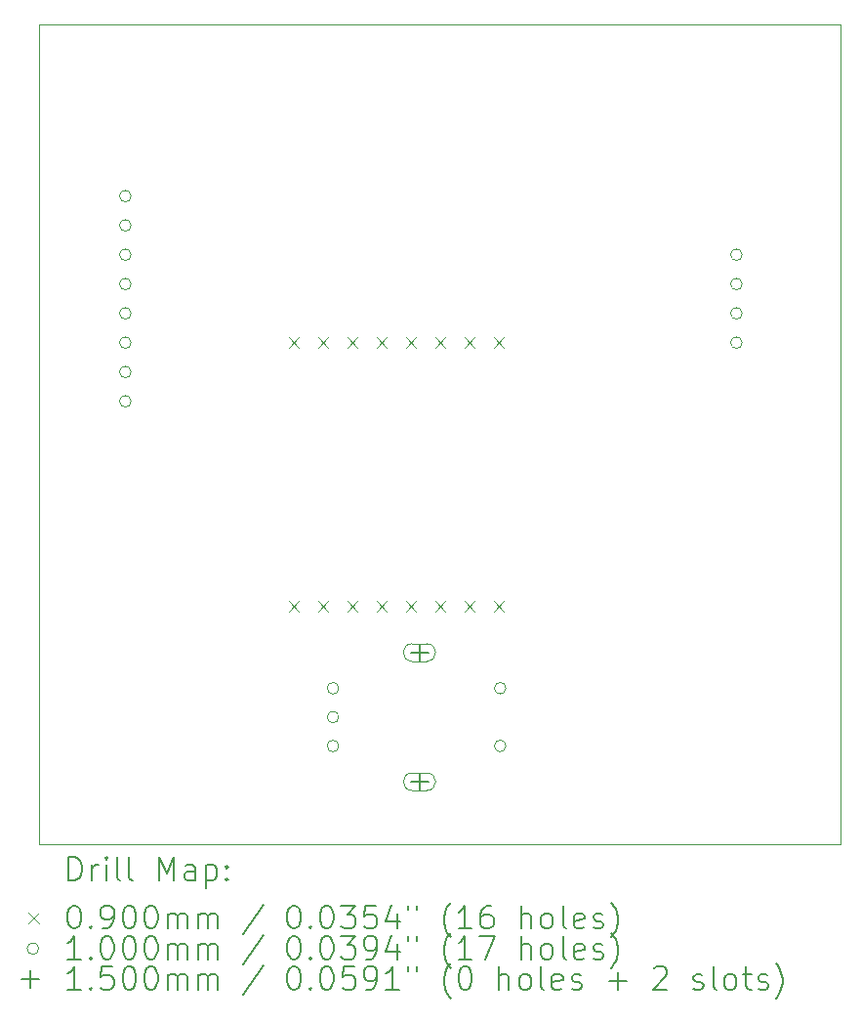
<source format=gbr>
%TF.GenerationSoftware,KiCad,Pcbnew,8.0.7-8.0.7-0~ubuntu22.04.1*%
%TF.CreationDate,2024-12-11T16:36:03+08:00*%
%TF.ProjectId,SmartClock,536d6172-7443-46c6-9f63-6b2e6b696361,rev?*%
%TF.SameCoordinates,Original*%
%TF.FileFunction,Drillmap*%
%TF.FilePolarity,Positive*%
%FSLAX45Y45*%
G04 Gerber Fmt 4.5, Leading zero omitted, Abs format (unit mm)*
G04 Created by KiCad (PCBNEW 8.0.7-8.0.7-0~ubuntu22.04.1) date 2024-12-11 16:36:03*
%MOMM*%
%LPD*%
G01*
G04 APERTURE LIST*
%ADD10C,0.050000*%
%ADD11C,0.200000*%
%ADD12C,0.100000*%
%ADD13C,0.150000*%
G04 APERTURE END LIST*
D10*
X9500000Y-5300000D02*
X16450000Y-5300000D01*
X16450000Y-12400000D01*
X9500000Y-12400000D01*
X9500000Y-5300000D01*
D11*
D12*
X11666000Y-8010500D02*
X11756000Y-8100500D01*
X11756000Y-8010500D02*
X11666000Y-8100500D01*
X11666000Y-10296500D02*
X11756000Y-10386500D01*
X11756000Y-10296500D02*
X11666000Y-10386500D01*
X11920000Y-8010500D02*
X12010000Y-8100500D01*
X12010000Y-8010500D02*
X11920000Y-8100500D01*
X11920000Y-10296500D02*
X12010000Y-10386500D01*
X12010000Y-10296500D02*
X11920000Y-10386500D01*
X12174000Y-8010500D02*
X12264000Y-8100500D01*
X12264000Y-8010500D02*
X12174000Y-8100500D01*
X12174000Y-10296500D02*
X12264000Y-10386500D01*
X12264000Y-10296500D02*
X12174000Y-10386500D01*
X12428000Y-8010500D02*
X12518000Y-8100500D01*
X12518000Y-8010500D02*
X12428000Y-8100500D01*
X12428000Y-10296500D02*
X12518000Y-10386500D01*
X12518000Y-10296500D02*
X12428000Y-10386500D01*
X12682000Y-8010500D02*
X12772000Y-8100500D01*
X12772000Y-8010500D02*
X12682000Y-8100500D01*
X12682000Y-10296500D02*
X12772000Y-10386500D01*
X12772000Y-10296500D02*
X12682000Y-10386500D01*
X12936000Y-8010500D02*
X13026000Y-8100500D01*
X13026000Y-8010500D02*
X12936000Y-8100500D01*
X12936000Y-10296500D02*
X13026000Y-10386500D01*
X13026000Y-10296500D02*
X12936000Y-10386500D01*
X13190000Y-8010500D02*
X13280000Y-8100500D01*
X13280000Y-8010500D02*
X13190000Y-8100500D01*
X13190000Y-10296500D02*
X13280000Y-10386500D01*
X13280000Y-10296500D02*
X13190000Y-10386500D01*
X13444000Y-8010500D02*
X13534000Y-8100500D01*
X13534000Y-8010500D02*
X13444000Y-8100500D01*
X13444000Y-10296500D02*
X13534000Y-10386500D01*
X13534000Y-10296500D02*
X13444000Y-10386500D01*
X10299000Y-6786000D02*
G75*
G02*
X10199000Y-6786000I-50000J0D01*
G01*
X10199000Y-6786000D02*
G75*
G02*
X10299000Y-6786000I50000J0D01*
G01*
X10299000Y-7040000D02*
G75*
G02*
X10199000Y-7040000I-50000J0D01*
G01*
X10199000Y-7040000D02*
G75*
G02*
X10299000Y-7040000I50000J0D01*
G01*
X10299000Y-7294000D02*
G75*
G02*
X10199000Y-7294000I-50000J0D01*
G01*
X10199000Y-7294000D02*
G75*
G02*
X10299000Y-7294000I50000J0D01*
G01*
X10299000Y-7548000D02*
G75*
G02*
X10199000Y-7548000I-50000J0D01*
G01*
X10199000Y-7548000D02*
G75*
G02*
X10299000Y-7548000I50000J0D01*
G01*
X10299000Y-7802000D02*
G75*
G02*
X10199000Y-7802000I-50000J0D01*
G01*
X10199000Y-7802000D02*
G75*
G02*
X10299000Y-7802000I50000J0D01*
G01*
X10299000Y-8056000D02*
G75*
G02*
X10199000Y-8056000I-50000J0D01*
G01*
X10199000Y-8056000D02*
G75*
G02*
X10299000Y-8056000I50000J0D01*
G01*
X10299000Y-8310000D02*
G75*
G02*
X10199000Y-8310000I-50000J0D01*
G01*
X10199000Y-8310000D02*
G75*
G02*
X10299000Y-8310000I50000J0D01*
G01*
X10299000Y-8564000D02*
G75*
G02*
X10199000Y-8564000I-50000J0D01*
G01*
X10199000Y-8564000D02*
G75*
G02*
X10299000Y-8564000I50000J0D01*
G01*
X12100000Y-11050000D02*
G75*
G02*
X12000000Y-11050000I-50000J0D01*
G01*
X12000000Y-11050000D02*
G75*
G02*
X12100000Y-11050000I50000J0D01*
G01*
X12100000Y-11300000D02*
G75*
G02*
X12000000Y-11300000I-50000J0D01*
G01*
X12000000Y-11300000D02*
G75*
G02*
X12100000Y-11300000I50000J0D01*
G01*
X12100000Y-11550000D02*
G75*
G02*
X12000000Y-11550000I-50000J0D01*
G01*
X12000000Y-11550000D02*
G75*
G02*
X12100000Y-11550000I50000J0D01*
G01*
X13550000Y-11050000D02*
G75*
G02*
X13450000Y-11050000I-50000J0D01*
G01*
X13450000Y-11050000D02*
G75*
G02*
X13550000Y-11050000I50000J0D01*
G01*
X13550000Y-11550000D02*
G75*
G02*
X13450000Y-11550000I-50000J0D01*
G01*
X13450000Y-11550000D02*
G75*
G02*
X13550000Y-11550000I50000J0D01*
G01*
X15599000Y-7294000D02*
G75*
G02*
X15499000Y-7294000I-50000J0D01*
G01*
X15499000Y-7294000D02*
G75*
G02*
X15599000Y-7294000I50000J0D01*
G01*
X15599000Y-7548000D02*
G75*
G02*
X15499000Y-7548000I-50000J0D01*
G01*
X15499000Y-7548000D02*
G75*
G02*
X15599000Y-7548000I50000J0D01*
G01*
X15599000Y-7802000D02*
G75*
G02*
X15499000Y-7802000I-50000J0D01*
G01*
X15499000Y-7802000D02*
G75*
G02*
X15599000Y-7802000I50000J0D01*
G01*
X15599000Y-8056000D02*
G75*
G02*
X15499000Y-8056000I-50000J0D01*
G01*
X15499000Y-8056000D02*
G75*
G02*
X15599000Y-8056000I50000J0D01*
G01*
D13*
X12800000Y-10665000D02*
X12800000Y-10815000D01*
X12725000Y-10740000D02*
X12875000Y-10740000D01*
D12*
X12735000Y-10815000D02*
X12865000Y-10815000D01*
X12865000Y-10665000D02*
G75*
G02*
X12865000Y-10815000I0J-75000D01*
G01*
X12865000Y-10665000D02*
X12735000Y-10665000D01*
X12735000Y-10665000D02*
G75*
G03*
X12735000Y-10815000I0J-75000D01*
G01*
D13*
X12800000Y-11785000D02*
X12800000Y-11935000D01*
X12725000Y-11860000D02*
X12875000Y-11860000D01*
D12*
X12735000Y-11935000D02*
X12865000Y-11935000D01*
X12865000Y-11785000D02*
G75*
G02*
X12865000Y-11935000I0J-75000D01*
G01*
X12865000Y-11785000D02*
X12735000Y-11785000D01*
X12735000Y-11785000D02*
G75*
G03*
X12735000Y-11935000I0J-75000D01*
G01*
D11*
X9758277Y-12713984D02*
X9758277Y-12513984D01*
X9758277Y-12513984D02*
X9805896Y-12513984D01*
X9805896Y-12513984D02*
X9834467Y-12523508D01*
X9834467Y-12523508D02*
X9853515Y-12542555D01*
X9853515Y-12542555D02*
X9863039Y-12561603D01*
X9863039Y-12561603D02*
X9872563Y-12599698D01*
X9872563Y-12599698D02*
X9872563Y-12628269D01*
X9872563Y-12628269D02*
X9863039Y-12666365D01*
X9863039Y-12666365D02*
X9853515Y-12685412D01*
X9853515Y-12685412D02*
X9834467Y-12704460D01*
X9834467Y-12704460D02*
X9805896Y-12713984D01*
X9805896Y-12713984D02*
X9758277Y-12713984D01*
X9958277Y-12713984D02*
X9958277Y-12580650D01*
X9958277Y-12618746D02*
X9967801Y-12599698D01*
X9967801Y-12599698D02*
X9977324Y-12590174D01*
X9977324Y-12590174D02*
X9996372Y-12580650D01*
X9996372Y-12580650D02*
X10015420Y-12580650D01*
X10082086Y-12713984D02*
X10082086Y-12580650D01*
X10082086Y-12513984D02*
X10072563Y-12523508D01*
X10072563Y-12523508D02*
X10082086Y-12533031D01*
X10082086Y-12533031D02*
X10091610Y-12523508D01*
X10091610Y-12523508D02*
X10082086Y-12513984D01*
X10082086Y-12513984D02*
X10082086Y-12533031D01*
X10205896Y-12713984D02*
X10186848Y-12704460D01*
X10186848Y-12704460D02*
X10177324Y-12685412D01*
X10177324Y-12685412D02*
X10177324Y-12513984D01*
X10310658Y-12713984D02*
X10291610Y-12704460D01*
X10291610Y-12704460D02*
X10282086Y-12685412D01*
X10282086Y-12685412D02*
X10282086Y-12513984D01*
X10539229Y-12713984D02*
X10539229Y-12513984D01*
X10539229Y-12513984D02*
X10605896Y-12656841D01*
X10605896Y-12656841D02*
X10672563Y-12513984D01*
X10672563Y-12513984D02*
X10672563Y-12713984D01*
X10853515Y-12713984D02*
X10853515Y-12609222D01*
X10853515Y-12609222D02*
X10843991Y-12590174D01*
X10843991Y-12590174D02*
X10824944Y-12580650D01*
X10824944Y-12580650D02*
X10786848Y-12580650D01*
X10786848Y-12580650D02*
X10767801Y-12590174D01*
X10853515Y-12704460D02*
X10834467Y-12713984D01*
X10834467Y-12713984D02*
X10786848Y-12713984D01*
X10786848Y-12713984D02*
X10767801Y-12704460D01*
X10767801Y-12704460D02*
X10758277Y-12685412D01*
X10758277Y-12685412D02*
X10758277Y-12666365D01*
X10758277Y-12666365D02*
X10767801Y-12647317D01*
X10767801Y-12647317D02*
X10786848Y-12637793D01*
X10786848Y-12637793D02*
X10834467Y-12637793D01*
X10834467Y-12637793D02*
X10853515Y-12628269D01*
X10948753Y-12580650D02*
X10948753Y-12780650D01*
X10948753Y-12590174D02*
X10967801Y-12580650D01*
X10967801Y-12580650D02*
X11005896Y-12580650D01*
X11005896Y-12580650D02*
X11024944Y-12590174D01*
X11024944Y-12590174D02*
X11034467Y-12599698D01*
X11034467Y-12599698D02*
X11043991Y-12618746D01*
X11043991Y-12618746D02*
X11043991Y-12675888D01*
X11043991Y-12675888D02*
X11034467Y-12694936D01*
X11034467Y-12694936D02*
X11024944Y-12704460D01*
X11024944Y-12704460D02*
X11005896Y-12713984D01*
X11005896Y-12713984D02*
X10967801Y-12713984D01*
X10967801Y-12713984D02*
X10948753Y-12704460D01*
X11129705Y-12694936D02*
X11139229Y-12704460D01*
X11139229Y-12704460D02*
X11129705Y-12713984D01*
X11129705Y-12713984D02*
X11120182Y-12704460D01*
X11120182Y-12704460D02*
X11129705Y-12694936D01*
X11129705Y-12694936D02*
X11129705Y-12713984D01*
X11129705Y-12590174D02*
X11139229Y-12599698D01*
X11139229Y-12599698D02*
X11129705Y-12609222D01*
X11129705Y-12609222D02*
X11120182Y-12599698D01*
X11120182Y-12599698D02*
X11129705Y-12590174D01*
X11129705Y-12590174D02*
X11129705Y-12609222D01*
D12*
X9407500Y-12997500D02*
X9497500Y-13087500D01*
X9497500Y-12997500D02*
X9407500Y-13087500D01*
D11*
X9796372Y-12933984D02*
X9815420Y-12933984D01*
X9815420Y-12933984D02*
X9834467Y-12943508D01*
X9834467Y-12943508D02*
X9843991Y-12953031D01*
X9843991Y-12953031D02*
X9853515Y-12972079D01*
X9853515Y-12972079D02*
X9863039Y-13010174D01*
X9863039Y-13010174D02*
X9863039Y-13057793D01*
X9863039Y-13057793D02*
X9853515Y-13095888D01*
X9853515Y-13095888D02*
X9843991Y-13114936D01*
X9843991Y-13114936D02*
X9834467Y-13124460D01*
X9834467Y-13124460D02*
X9815420Y-13133984D01*
X9815420Y-13133984D02*
X9796372Y-13133984D01*
X9796372Y-13133984D02*
X9777324Y-13124460D01*
X9777324Y-13124460D02*
X9767801Y-13114936D01*
X9767801Y-13114936D02*
X9758277Y-13095888D01*
X9758277Y-13095888D02*
X9748753Y-13057793D01*
X9748753Y-13057793D02*
X9748753Y-13010174D01*
X9748753Y-13010174D02*
X9758277Y-12972079D01*
X9758277Y-12972079D02*
X9767801Y-12953031D01*
X9767801Y-12953031D02*
X9777324Y-12943508D01*
X9777324Y-12943508D02*
X9796372Y-12933984D01*
X9948753Y-13114936D02*
X9958277Y-13124460D01*
X9958277Y-13124460D02*
X9948753Y-13133984D01*
X9948753Y-13133984D02*
X9939229Y-13124460D01*
X9939229Y-13124460D02*
X9948753Y-13114936D01*
X9948753Y-13114936D02*
X9948753Y-13133984D01*
X10053515Y-13133984D02*
X10091610Y-13133984D01*
X10091610Y-13133984D02*
X10110658Y-13124460D01*
X10110658Y-13124460D02*
X10120182Y-13114936D01*
X10120182Y-13114936D02*
X10139229Y-13086365D01*
X10139229Y-13086365D02*
X10148753Y-13048269D01*
X10148753Y-13048269D02*
X10148753Y-12972079D01*
X10148753Y-12972079D02*
X10139229Y-12953031D01*
X10139229Y-12953031D02*
X10129705Y-12943508D01*
X10129705Y-12943508D02*
X10110658Y-12933984D01*
X10110658Y-12933984D02*
X10072563Y-12933984D01*
X10072563Y-12933984D02*
X10053515Y-12943508D01*
X10053515Y-12943508D02*
X10043991Y-12953031D01*
X10043991Y-12953031D02*
X10034467Y-12972079D01*
X10034467Y-12972079D02*
X10034467Y-13019698D01*
X10034467Y-13019698D02*
X10043991Y-13038746D01*
X10043991Y-13038746D02*
X10053515Y-13048269D01*
X10053515Y-13048269D02*
X10072563Y-13057793D01*
X10072563Y-13057793D02*
X10110658Y-13057793D01*
X10110658Y-13057793D02*
X10129705Y-13048269D01*
X10129705Y-13048269D02*
X10139229Y-13038746D01*
X10139229Y-13038746D02*
X10148753Y-13019698D01*
X10272563Y-12933984D02*
X10291610Y-12933984D01*
X10291610Y-12933984D02*
X10310658Y-12943508D01*
X10310658Y-12943508D02*
X10320182Y-12953031D01*
X10320182Y-12953031D02*
X10329705Y-12972079D01*
X10329705Y-12972079D02*
X10339229Y-13010174D01*
X10339229Y-13010174D02*
X10339229Y-13057793D01*
X10339229Y-13057793D02*
X10329705Y-13095888D01*
X10329705Y-13095888D02*
X10320182Y-13114936D01*
X10320182Y-13114936D02*
X10310658Y-13124460D01*
X10310658Y-13124460D02*
X10291610Y-13133984D01*
X10291610Y-13133984D02*
X10272563Y-13133984D01*
X10272563Y-13133984D02*
X10253515Y-13124460D01*
X10253515Y-13124460D02*
X10243991Y-13114936D01*
X10243991Y-13114936D02*
X10234467Y-13095888D01*
X10234467Y-13095888D02*
X10224944Y-13057793D01*
X10224944Y-13057793D02*
X10224944Y-13010174D01*
X10224944Y-13010174D02*
X10234467Y-12972079D01*
X10234467Y-12972079D02*
X10243991Y-12953031D01*
X10243991Y-12953031D02*
X10253515Y-12943508D01*
X10253515Y-12943508D02*
X10272563Y-12933984D01*
X10463039Y-12933984D02*
X10482086Y-12933984D01*
X10482086Y-12933984D02*
X10501134Y-12943508D01*
X10501134Y-12943508D02*
X10510658Y-12953031D01*
X10510658Y-12953031D02*
X10520182Y-12972079D01*
X10520182Y-12972079D02*
X10529705Y-13010174D01*
X10529705Y-13010174D02*
X10529705Y-13057793D01*
X10529705Y-13057793D02*
X10520182Y-13095888D01*
X10520182Y-13095888D02*
X10510658Y-13114936D01*
X10510658Y-13114936D02*
X10501134Y-13124460D01*
X10501134Y-13124460D02*
X10482086Y-13133984D01*
X10482086Y-13133984D02*
X10463039Y-13133984D01*
X10463039Y-13133984D02*
X10443991Y-13124460D01*
X10443991Y-13124460D02*
X10434467Y-13114936D01*
X10434467Y-13114936D02*
X10424944Y-13095888D01*
X10424944Y-13095888D02*
X10415420Y-13057793D01*
X10415420Y-13057793D02*
X10415420Y-13010174D01*
X10415420Y-13010174D02*
X10424944Y-12972079D01*
X10424944Y-12972079D02*
X10434467Y-12953031D01*
X10434467Y-12953031D02*
X10443991Y-12943508D01*
X10443991Y-12943508D02*
X10463039Y-12933984D01*
X10615420Y-13133984D02*
X10615420Y-13000650D01*
X10615420Y-13019698D02*
X10624944Y-13010174D01*
X10624944Y-13010174D02*
X10643991Y-13000650D01*
X10643991Y-13000650D02*
X10672563Y-13000650D01*
X10672563Y-13000650D02*
X10691610Y-13010174D01*
X10691610Y-13010174D02*
X10701134Y-13029222D01*
X10701134Y-13029222D02*
X10701134Y-13133984D01*
X10701134Y-13029222D02*
X10710658Y-13010174D01*
X10710658Y-13010174D02*
X10729705Y-13000650D01*
X10729705Y-13000650D02*
X10758277Y-13000650D01*
X10758277Y-13000650D02*
X10777325Y-13010174D01*
X10777325Y-13010174D02*
X10786848Y-13029222D01*
X10786848Y-13029222D02*
X10786848Y-13133984D01*
X10882086Y-13133984D02*
X10882086Y-13000650D01*
X10882086Y-13019698D02*
X10891610Y-13010174D01*
X10891610Y-13010174D02*
X10910658Y-13000650D01*
X10910658Y-13000650D02*
X10939229Y-13000650D01*
X10939229Y-13000650D02*
X10958277Y-13010174D01*
X10958277Y-13010174D02*
X10967801Y-13029222D01*
X10967801Y-13029222D02*
X10967801Y-13133984D01*
X10967801Y-13029222D02*
X10977325Y-13010174D01*
X10977325Y-13010174D02*
X10996372Y-13000650D01*
X10996372Y-13000650D02*
X11024944Y-13000650D01*
X11024944Y-13000650D02*
X11043991Y-13010174D01*
X11043991Y-13010174D02*
X11053515Y-13029222D01*
X11053515Y-13029222D02*
X11053515Y-13133984D01*
X11443991Y-12924460D02*
X11272563Y-13181603D01*
X11701134Y-12933984D02*
X11720182Y-12933984D01*
X11720182Y-12933984D02*
X11739229Y-12943508D01*
X11739229Y-12943508D02*
X11748753Y-12953031D01*
X11748753Y-12953031D02*
X11758277Y-12972079D01*
X11758277Y-12972079D02*
X11767801Y-13010174D01*
X11767801Y-13010174D02*
X11767801Y-13057793D01*
X11767801Y-13057793D02*
X11758277Y-13095888D01*
X11758277Y-13095888D02*
X11748753Y-13114936D01*
X11748753Y-13114936D02*
X11739229Y-13124460D01*
X11739229Y-13124460D02*
X11720182Y-13133984D01*
X11720182Y-13133984D02*
X11701134Y-13133984D01*
X11701134Y-13133984D02*
X11682086Y-13124460D01*
X11682086Y-13124460D02*
X11672563Y-13114936D01*
X11672563Y-13114936D02*
X11663039Y-13095888D01*
X11663039Y-13095888D02*
X11653515Y-13057793D01*
X11653515Y-13057793D02*
X11653515Y-13010174D01*
X11653515Y-13010174D02*
X11663039Y-12972079D01*
X11663039Y-12972079D02*
X11672563Y-12953031D01*
X11672563Y-12953031D02*
X11682086Y-12943508D01*
X11682086Y-12943508D02*
X11701134Y-12933984D01*
X11853515Y-13114936D02*
X11863039Y-13124460D01*
X11863039Y-13124460D02*
X11853515Y-13133984D01*
X11853515Y-13133984D02*
X11843991Y-13124460D01*
X11843991Y-13124460D02*
X11853515Y-13114936D01*
X11853515Y-13114936D02*
X11853515Y-13133984D01*
X11986848Y-12933984D02*
X12005896Y-12933984D01*
X12005896Y-12933984D02*
X12024944Y-12943508D01*
X12024944Y-12943508D02*
X12034467Y-12953031D01*
X12034467Y-12953031D02*
X12043991Y-12972079D01*
X12043991Y-12972079D02*
X12053515Y-13010174D01*
X12053515Y-13010174D02*
X12053515Y-13057793D01*
X12053515Y-13057793D02*
X12043991Y-13095888D01*
X12043991Y-13095888D02*
X12034467Y-13114936D01*
X12034467Y-13114936D02*
X12024944Y-13124460D01*
X12024944Y-13124460D02*
X12005896Y-13133984D01*
X12005896Y-13133984D02*
X11986848Y-13133984D01*
X11986848Y-13133984D02*
X11967801Y-13124460D01*
X11967801Y-13124460D02*
X11958277Y-13114936D01*
X11958277Y-13114936D02*
X11948753Y-13095888D01*
X11948753Y-13095888D02*
X11939229Y-13057793D01*
X11939229Y-13057793D02*
X11939229Y-13010174D01*
X11939229Y-13010174D02*
X11948753Y-12972079D01*
X11948753Y-12972079D02*
X11958277Y-12953031D01*
X11958277Y-12953031D02*
X11967801Y-12943508D01*
X11967801Y-12943508D02*
X11986848Y-12933984D01*
X12120182Y-12933984D02*
X12243991Y-12933984D01*
X12243991Y-12933984D02*
X12177325Y-13010174D01*
X12177325Y-13010174D02*
X12205896Y-13010174D01*
X12205896Y-13010174D02*
X12224944Y-13019698D01*
X12224944Y-13019698D02*
X12234467Y-13029222D01*
X12234467Y-13029222D02*
X12243991Y-13048269D01*
X12243991Y-13048269D02*
X12243991Y-13095888D01*
X12243991Y-13095888D02*
X12234467Y-13114936D01*
X12234467Y-13114936D02*
X12224944Y-13124460D01*
X12224944Y-13124460D02*
X12205896Y-13133984D01*
X12205896Y-13133984D02*
X12148753Y-13133984D01*
X12148753Y-13133984D02*
X12129706Y-13124460D01*
X12129706Y-13124460D02*
X12120182Y-13114936D01*
X12424944Y-12933984D02*
X12329706Y-12933984D01*
X12329706Y-12933984D02*
X12320182Y-13029222D01*
X12320182Y-13029222D02*
X12329706Y-13019698D01*
X12329706Y-13019698D02*
X12348753Y-13010174D01*
X12348753Y-13010174D02*
X12396372Y-13010174D01*
X12396372Y-13010174D02*
X12415420Y-13019698D01*
X12415420Y-13019698D02*
X12424944Y-13029222D01*
X12424944Y-13029222D02*
X12434467Y-13048269D01*
X12434467Y-13048269D02*
X12434467Y-13095888D01*
X12434467Y-13095888D02*
X12424944Y-13114936D01*
X12424944Y-13114936D02*
X12415420Y-13124460D01*
X12415420Y-13124460D02*
X12396372Y-13133984D01*
X12396372Y-13133984D02*
X12348753Y-13133984D01*
X12348753Y-13133984D02*
X12329706Y-13124460D01*
X12329706Y-13124460D02*
X12320182Y-13114936D01*
X12605896Y-13000650D02*
X12605896Y-13133984D01*
X12558277Y-12924460D02*
X12510658Y-13067317D01*
X12510658Y-13067317D02*
X12634467Y-13067317D01*
X12701134Y-12933984D02*
X12701134Y-12972079D01*
X12777325Y-12933984D02*
X12777325Y-12972079D01*
X13072563Y-13210174D02*
X13063039Y-13200650D01*
X13063039Y-13200650D02*
X13043991Y-13172079D01*
X13043991Y-13172079D02*
X13034468Y-13153031D01*
X13034468Y-13153031D02*
X13024944Y-13124460D01*
X13024944Y-13124460D02*
X13015420Y-13076841D01*
X13015420Y-13076841D02*
X13015420Y-13038746D01*
X13015420Y-13038746D02*
X13024944Y-12991127D01*
X13024944Y-12991127D02*
X13034468Y-12962555D01*
X13034468Y-12962555D02*
X13043991Y-12943508D01*
X13043991Y-12943508D02*
X13063039Y-12914936D01*
X13063039Y-12914936D02*
X13072563Y-12905412D01*
X13253515Y-13133984D02*
X13139229Y-13133984D01*
X13196372Y-13133984D02*
X13196372Y-12933984D01*
X13196372Y-12933984D02*
X13177325Y-12962555D01*
X13177325Y-12962555D02*
X13158277Y-12981603D01*
X13158277Y-12981603D02*
X13139229Y-12991127D01*
X13424944Y-12933984D02*
X13386848Y-12933984D01*
X13386848Y-12933984D02*
X13367801Y-12943508D01*
X13367801Y-12943508D02*
X13358277Y-12953031D01*
X13358277Y-12953031D02*
X13339229Y-12981603D01*
X13339229Y-12981603D02*
X13329706Y-13019698D01*
X13329706Y-13019698D02*
X13329706Y-13095888D01*
X13329706Y-13095888D02*
X13339229Y-13114936D01*
X13339229Y-13114936D02*
X13348753Y-13124460D01*
X13348753Y-13124460D02*
X13367801Y-13133984D01*
X13367801Y-13133984D02*
X13405896Y-13133984D01*
X13405896Y-13133984D02*
X13424944Y-13124460D01*
X13424944Y-13124460D02*
X13434468Y-13114936D01*
X13434468Y-13114936D02*
X13443991Y-13095888D01*
X13443991Y-13095888D02*
X13443991Y-13048269D01*
X13443991Y-13048269D02*
X13434468Y-13029222D01*
X13434468Y-13029222D02*
X13424944Y-13019698D01*
X13424944Y-13019698D02*
X13405896Y-13010174D01*
X13405896Y-13010174D02*
X13367801Y-13010174D01*
X13367801Y-13010174D02*
X13348753Y-13019698D01*
X13348753Y-13019698D02*
X13339229Y-13029222D01*
X13339229Y-13029222D02*
X13329706Y-13048269D01*
X13682087Y-13133984D02*
X13682087Y-12933984D01*
X13767801Y-13133984D02*
X13767801Y-13029222D01*
X13767801Y-13029222D02*
X13758277Y-13010174D01*
X13758277Y-13010174D02*
X13739230Y-13000650D01*
X13739230Y-13000650D02*
X13710658Y-13000650D01*
X13710658Y-13000650D02*
X13691610Y-13010174D01*
X13691610Y-13010174D02*
X13682087Y-13019698D01*
X13891610Y-13133984D02*
X13872563Y-13124460D01*
X13872563Y-13124460D02*
X13863039Y-13114936D01*
X13863039Y-13114936D02*
X13853515Y-13095888D01*
X13853515Y-13095888D02*
X13853515Y-13038746D01*
X13853515Y-13038746D02*
X13863039Y-13019698D01*
X13863039Y-13019698D02*
X13872563Y-13010174D01*
X13872563Y-13010174D02*
X13891610Y-13000650D01*
X13891610Y-13000650D02*
X13920182Y-13000650D01*
X13920182Y-13000650D02*
X13939230Y-13010174D01*
X13939230Y-13010174D02*
X13948753Y-13019698D01*
X13948753Y-13019698D02*
X13958277Y-13038746D01*
X13958277Y-13038746D02*
X13958277Y-13095888D01*
X13958277Y-13095888D02*
X13948753Y-13114936D01*
X13948753Y-13114936D02*
X13939230Y-13124460D01*
X13939230Y-13124460D02*
X13920182Y-13133984D01*
X13920182Y-13133984D02*
X13891610Y-13133984D01*
X14072563Y-13133984D02*
X14053515Y-13124460D01*
X14053515Y-13124460D02*
X14043991Y-13105412D01*
X14043991Y-13105412D02*
X14043991Y-12933984D01*
X14224944Y-13124460D02*
X14205896Y-13133984D01*
X14205896Y-13133984D02*
X14167801Y-13133984D01*
X14167801Y-13133984D02*
X14148753Y-13124460D01*
X14148753Y-13124460D02*
X14139230Y-13105412D01*
X14139230Y-13105412D02*
X14139230Y-13029222D01*
X14139230Y-13029222D02*
X14148753Y-13010174D01*
X14148753Y-13010174D02*
X14167801Y-13000650D01*
X14167801Y-13000650D02*
X14205896Y-13000650D01*
X14205896Y-13000650D02*
X14224944Y-13010174D01*
X14224944Y-13010174D02*
X14234468Y-13029222D01*
X14234468Y-13029222D02*
X14234468Y-13048269D01*
X14234468Y-13048269D02*
X14139230Y-13067317D01*
X14310658Y-13124460D02*
X14329706Y-13133984D01*
X14329706Y-13133984D02*
X14367801Y-13133984D01*
X14367801Y-13133984D02*
X14386849Y-13124460D01*
X14386849Y-13124460D02*
X14396372Y-13105412D01*
X14396372Y-13105412D02*
X14396372Y-13095888D01*
X14396372Y-13095888D02*
X14386849Y-13076841D01*
X14386849Y-13076841D02*
X14367801Y-13067317D01*
X14367801Y-13067317D02*
X14339230Y-13067317D01*
X14339230Y-13067317D02*
X14320182Y-13057793D01*
X14320182Y-13057793D02*
X14310658Y-13038746D01*
X14310658Y-13038746D02*
X14310658Y-13029222D01*
X14310658Y-13029222D02*
X14320182Y-13010174D01*
X14320182Y-13010174D02*
X14339230Y-13000650D01*
X14339230Y-13000650D02*
X14367801Y-13000650D01*
X14367801Y-13000650D02*
X14386849Y-13010174D01*
X14463039Y-13210174D02*
X14472563Y-13200650D01*
X14472563Y-13200650D02*
X14491611Y-13172079D01*
X14491611Y-13172079D02*
X14501134Y-13153031D01*
X14501134Y-13153031D02*
X14510658Y-13124460D01*
X14510658Y-13124460D02*
X14520182Y-13076841D01*
X14520182Y-13076841D02*
X14520182Y-13038746D01*
X14520182Y-13038746D02*
X14510658Y-12991127D01*
X14510658Y-12991127D02*
X14501134Y-12962555D01*
X14501134Y-12962555D02*
X14491611Y-12943508D01*
X14491611Y-12943508D02*
X14472563Y-12914936D01*
X14472563Y-12914936D02*
X14463039Y-12905412D01*
D12*
X9497500Y-13306500D02*
G75*
G02*
X9397500Y-13306500I-50000J0D01*
G01*
X9397500Y-13306500D02*
G75*
G02*
X9497500Y-13306500I50000J0D01*
G01*
D11*
X9863039Y-13397984D02*
X9748753Y-13397984D01*
X9805896Y-13397984D02*
X9805896Y-13197984D01*
X9805896Y-13197984D02*
X9786848Y-13226555D01*
X9786848Y-13226555D02*
X9767801Y-13245603D01*
X9767801Y-13245603D02*
X9748753Y-13255127D01*
X9948753Y-13378936D02*
X9958277Y-13388460D01*
X9958277Y-13388460D02*
X9948753Y-13397984D01*
X9948753Y-13397984D02*
X9939229Y-13388460D01*
X9939229Y-13388460D02*
X9948753Y-13378936D01*
X9948753Y-13378936D02*
X9948753Y-13397984D01*
X10082086Y-13197984D02*
X10101134Y-13197984D01*
X10101134Y-13197984D02*
X10120182Y-13207508D01*
X10120182Y-13207508D02*
X10129705Y-13217031D01*
X10129705Y-13217031D02*
X10139229Y-13236079D01*
X10139229Y-13236079D02*
X10148753Y-13274174D01*
X10148753Y-13274174D02*
X10148753Y-13321793D01*
X10148753Y-13321793D02*
X10139229Y-13359888D01*
X10139229Y-13359888D02*
X10129705Y-13378936D01*
X10129705Y-13378936D02*
X10120182Y-13388460D01*
X10120182Y-13388460D02*
X10101134Y-13397984D01*
X10101134Y-13397984D02*
X10082086Y-13397984D01*
X10082086Y-13397984D02*
X10063039Y-13388460D01*
X10063039Y-13388460D02*
X10053515Y-13378936D01*
X10053515Y-13378936D02*
X10043991Y-13359888D01*
X10043991Y-13359888D02*
X10034467Y-13321793D01*
X10034467Y-13321793D02*
X10034467Y-13274174D01*
X10034467Y-13274174D02*
X10043991Y-13236079D01*
X10043991Y-13236079D02*
X10053515Y-13217031D01*
X10053515Y-13217031D02*
X10063039Y-13207508D01*
X10063039Y-13207508D02*
X10082086Y-13197984D01*
X10272563Y-13197984D02*
X10291610Y-13197984D01*
X10291610Y-13197984D02*
X10310658Y-13207508D01*
X10310658Y-13207508D02*
X10320182Y-13217031D01*
X10320182Y-13217031D02*
X10329705Y-13236079D01*
X10329705Y-13236079D02*
X10339229Y-13274174D01*
X10339229Y-13274174D02*
X10339229Y-13321793D01*
X10339229Y-13321793D02*
X10329705Y-13359888D01*
X10329705Y-13359888D02*
X10320182Y-13378936D01*
X10320182Y-13378936D02*
X10310658Y-13388460D01*
X10310658Y-13388460D02*
X10291610Y-13397984D01*
X10291610Y-13397984D02*
X10272563Y-13397984D01*
X10272563Y-13397984D02*
X10253515Y-13388460D01*
X10253515Y-13388460D02*
X10243991Y-13378936D01*
X10243991Y-13378936D02*
X10234467Y-13359888D01*
X10234467Y-13359888D02*
X10224944Y-13321793D01*
X10224944Y-13321793D02*
X10224944Y-13274174D01*
X10224944Y-13274174D02*
X10234467Y-13236079D01*
X10234467Y-13236079D02*
X10243991Y-13217031D01*
X10243991Y-13217031D02*
X10253515Y-13207508D01*
X10253515Y-13207508D02*
X10272563Y-13197984D01*
X10463039Y-13197984D02*
X10482086Y-13197984D01*
X10482086Y-13197984D02*
X10501134Y-13207508D01*
X10501134Y-13207508D02*
X10510658Y-13217031D01*
X10510658Y-13217031D02*
X10520182Y-13236079D01*
X10520182Y-13236079D02*
X10529705Y-13274174D01*
X10529705Y-13274174D02*
X10529705Y-13321793D01*
X10529705Y-13321793D02*
X10520182Y-13359888D01*
X10520182Y-13359888D02*
X10510658Y-13378936D01*
X10510658Y-13378936D02*
X10501134Y-13388460D01*
X10501134Y-13388460D02*
X10482086Y-13397984D01*
X10482086Y-13397984D02*
X10463039Y-13397984D01*
X10463039Y-13397984D02*
X10443991Y-13388460D01*
X10443991Y-13388460D02*
X10434467Y-13378936D01*
X10434467Y-13378936D02*
X10424944Y-13359888D01*
X10424944Y-13359888D02*
X10415420Y-13321793D01*
X10415420Y-13321793D02*
X10415420Y-13274174D01*
X10415420Y-13274174D02*
X10424944Y-13236079D01*
X10424944Y-13236079D02*
X10434467Y-13217031D01*
X10434467Y-13217031D02*
X10443991Y-13207508D01*
X10443991Y-13207508D02*
X10463039Y-13197984D01*
X10615420Y-13397984D02*
X10615420Y-13264650D01*
X10615420Y-13283698D02*
X10624944Y-13274174D01*
X10624944Y-13274174D02*
X10643991Y-13264650D01*
X10643991Y-13264650D02*
X10672563Y-13264650D01*
X10672563Y-13264650D02*
X10691610Y-13274174D01*
X10691610Y-13274174D02*
X10701134Y-13293222D01*
X10701134Y-13293222D02*
X10701134Y-13397984D01*
X10701134Y-13293222D02*
X10710658Y-13274174D01*
X10710658Y-13274174D02*
X10729705Y-13264650D01*
X10729705Y-13264650D02*
X10758277Y-13264650D01*
X10758277Y-13264650D02*
X10777325Y-13274174D01*
X10777325Y-13274174D02*
X10786848Y-13293222D01*
X10786848Y-13293222D02*
X10786848Y-13397984D01*
X10882086Y-13397984D02*
X10882086Y-13264650D01*
X10882086Y-13283698D02*
X10891610Y-13274174D01*
X10891610Y-13274174D02*
X10910658Y-13264650D01*
X10910658Y-13264650D02*
X10939229Y-13264650D01*
X10939229Y-13264650D02*
X10958277Y-13274174D01*
X10958277Y-13274174D02*
X10967801Y-13293222D01*
X10967801Y-13293222D02*
X10967801Y-13397984D01*
X10967801Y-13293222D02*
X10977325Y-13274174D01*
X10977325Y-13274174D02*
X10996372Y-13264650D01*
X10996372Y-13264650D02*
X11024944Y-13264650D01*
X11024944Y-13264650D02*
X11043991Y-13274174D01*
X11043991Y-13274174D02*
X11053515Y-13293222D01*
X11053515Y-13293222D02*
X11053515Y-13397984D01*
X11443991Y-13188460D02*
X11272563Y-13445603D01*
X11701134Y-13197984D02*
X11720182Y-13197984D01*
X11720182Y-13197984D02*
X11739229Y-13207508D01*
X11739229Y-13207508D02*
X11748753Y-13217031D01*
X11748753Y-13217031D02*
X11758277Y-13236079D01*
X11758277Y-13236079D02*
X11767801Y-13274174D01*
X11767801Y-13274174D02*
X11767801Y-13321793D01*
X11767801Y-13321793D02*
X11758277Y-13359888D01*
X11758277Y-13359888D02*
X11748753Y-13378936D01*
X11748753Y-13378936D02*
X11739229Y-13388460D01*
X11739229Y-13388460D02*
X11720182Y-13397984D01*
X11720182Y-13397984D02*
X11701134Y-13397984D01*
X11701134Y-13397984D02*
X11682086Y-13388460D01*
X11682086Y-13388460D02*
X11672563Y-13378936D01*
X11672563Y-13378936D02*
X11663039Y-13359888D01*
X11663039Y-13359888D02*
X11653515Y-13321793D01*
X11653515Y-13321793D02*
X11653515Y-13274174D01*
X11653515Y-13274174D02*
X11663039Y-13236079D01*
X11663039Y-13236079D02*
X11672563Y-13217031D01*
X11672563Y-13217031D02*
X11682086Y-13207508D01*
X11682086Y-13207508D02*
X11701134Y-13197984D01*
X11853515Y-13378936D02*
X11863039Y-13388460D01*
X11863039Y-13388460D02*
X11853515Y-13397984D01*
X11853515Y-13397984D02*
X11843991Y-13388460D01*
X11843991Y-13388460D02*
X11853515Y-13378936D01*
X11853515Y-13378936D02*
X11853515Y-13397984D01*
X11986848Y-13197984D02*
X12005896Y-13197984D01*
X12005896Y-13197984D02*
X12024944Y-13207508D01*
X12024944Y-13207508D02*
X12034467Y-13217031D01*
X12034467Y-13217031D02*
X12043991Y-13236079D01*
X12043991Y-13236079D02*
X12053515Y-13274174D01*
X12053515Y-13274174D02*
X12053515Y-13321793D01*
X12053515Y-13321793D02*
X12043991Y-13359888D01*
X12043991Y-13359888D02*
X12034467Y-13378936D01*
X12034467Y-13378936D02*
X12024944Y-13388460D01*
X12024944Y-13388460D02*
X12005896Y-13397984D01*
X12005896Y-13397984D02*
X11986848Y-13397984D01*
X11986848Y-13397984D02*
X11967801Y-13388460D01*
X11967801Y-13388460D02*
X11958277Y-13378936D01*
X11958277Y-13378936D02*
X11948753Y-13359888D01*
X11948753Y-13359888D02*
X11939229Y-13321793D01*
X11939229Y-13321793D02*
X11939229Y-13274174D01*
X11939229Y-13274174D02*
X11948753Y-13236079D01*
X11948753Y-13236079D02*
X11958277Y-13217031D01*
X11958277Y-13217031D02*
X11967801Y-13207508D01*
X11967801Y-13207508D02*
X11986848Y-13197984D01*
X12120182Y-13197984D02*
X12243991Y-13197984D01*
X12243991Y-13197984D02*
X12177325Y-13274174D01*
X12177325Y-13274174D02*
X12205896Y-13274174D01*
X12205896Y-13274174D02*
X12224944Y-13283698D01*
X12224944Y-13283698D02*
X12234467Y-13293222D01*
X12234467Y-13293222D02*
X12243991Y-13312269D01*
X12243991Y-13312269D02*
X12243991Y-13359888D01*
X12243991Y-13359888D02*
X12234467Y-13378936D01*
X12234467Y-13378936D02*
X12224944Y-13388460D01*
X12224944Y-13388460D02*
X12205896Y-13397984D01*
X12205896Y-13397984D02*
X12148753Y-13397984D01*
X12148753Y-13397984D02*
X12129706Y-13388460D01*
X12129706Y-13388460D02*
X12120182Y-13378936D01*
X12339229Y-13397984D02*
X12377325Y-13397984D01*
X12377325Y-13397984D02*
X12396372Y-13388460D01*
X12396372Y-13388460D02*
X12405896Y-13378936D01*
X12405896Y-13378936D02*
X12424944Y-13350365D01*
X12424944Y-13350365D02*
X12434467Y-13312269D01*
X12434467Y-13312269D02*
X12434467Y-13236079D01*
X12434467Y-13236079D02*
X12424944Y-13217031D01*
X12424944Y-13217031D02*
X12415420Y-13207508D01*
X12415420Y-13207508D02*
X12396372Y-13197984D01*
X12396372Y-13197984D02*
X12358277Y-13197984D01*
X12358277Y-13197984D02*
X12339229Y-13207508D01*
X12339229Y-13207508D02*
X12329706Y-13217031D01*
X12329706Y-13217031D02*
X12320182Y-13236079D01*
X12320182Y-13236079D02*
X12320182Y-13283698D01*
X12320182Y-13283698D02*
X12329706Y-13302746D01*
X12329706Y-13302746D02*
X12339229Y-13312269D01*
X12339229Y-13312269D02*
X12358277Y-13321793D01*
X12358277Y-13321793D02*
X12396372Y-13321793D01*
X12396372Y-13321793D02*
X12415420Y-13312269D01*
X12415420Y-13312269D02*
X12424944Y-13302746D01*
X12424944Y-13302746D02*
X12434467Y-13283698D01*
X12605896Y-13264650D02*
X12605896Y-13397984D01*
X12558277Y-13188460D02*
X12510658Y-13331317D01*
X12510658Y-13331317D02*
X12634467Y-13331317D01*
X12701134Y-13197984D02*
X12701134Y-13236079D01*
X12777325Y-13197984D02*
X12777325Y-13236079D01*
X13072563Y-13474174D02*
X13063039Y-13464650D01*
X13063039Y-13464650D02*
X13043991Y-13436079D01*
X13043991Y-13436079D02*
X13034468Y-13417031D01*
X13034468Y-13417031D02*
X13024944Y-13388460D01*
X13024944Y-13388460D02*
X13015420Y-13340841D01*
X13015420Y-13340841D02*
X13015420Y-13302746D01*
X13015420Y-13302746D02*
X13024944Y-13255127D01*
X13024944Y-13255127D02*
X13034468Y-13226555D01*
X13034468Y-13226555D02*
X13043991Y-13207508D01*
X13043991Y-13207508D02*
X13063039Y-13178936D01*
X13063039Y-13178936D02*
X13072563Y-13169412D01*
X13253515Y-13397984D02*
X13139229Y-13397984D01*
X13196372Y-13397984D02*
X13196372Y-13197984D01*
X13196372Y-13197984D02*
X13177325Y-13226555D01*
X13177325Y-13226555D02*
X13158277Y-13245603D01*
X13158277Y-13245603D02*
X13139229Y-13255127D01*
X13320182Y-13197984D02*
X13453515Y-13197984D01*
X13453515Y-13197984D02*
X13367801Y-13397984D01*
X13682087Y-13397984D02*
X13682087Y-13197984D01*
X13767801Y-13397984D02*
X13767801Y-13293222D01*
X13767801Y-13293222D02*
X13758277Y-13274174D01*
X13758277Y-13274174D02*
X13739230Y-13264650D01*
X13739230Y-13264650D02*
X13710658Y-13264650D01*
X13710658Y-13264650D02*
X13691610Y-13274174D01*
X13691610Y-13274174D02*
X13682087Y-13283698D01*
X13891610Y-13397984D02*
X13872563Y-13388460D01*
X13872563Y-13388460D02*
X13863039Y-13378936D01*
X13863039Y-13378936D02*
X13853515Y-13359888D01*
X13853515Y-13359888D02*
X13853515Y-13302746D01*
X13853515Y-13302746D02*
X13863039Y-13283698D01*
X13863039Y-13283698D02*
X13872563Y-13274174D01*
X13872563Y-13274174D02*
X13891610Y-13264650D01*
X13891610Y-13264650D02*
X13920182Y-13264650D01*
X13920182Y-13264650D02*
X13939230Y-13274174D01*
X13939230Y-13274174D02*
X13948753Y-13283698D01*
X13948753Y-13283698D02*
X13958277Y-13302746D01*
X13958277Y-13302746D02*
X13958277Y-13359888D01*
X13958277Y-13359888D02*
X13948753Y-13378936D01*
X13948753Y-13378936D02*
X13939230Y-13388460D01*
X13939230Y-13388460D02*
X13920182Y-13397984D01*
X13920182Y-13397984D02*
X13891610Y-13397984D01*
X14072563Y-13397984D02*
X14053515Y-13388460D01*
X14053515Y-13388460D02*
X14043991Y-13369412D01*
X14043991Y-13369412D02*
X14043991Y-13197984D01*
X14224944Y-13388460D02*
X14205896Y-13397984D01*
X14205896Y-13397984D02*
X14167801Y-13397984D01*
X14167801Y-13397984D02*
X14148753Y-13388460D01*
X14148753Y-13388460D02*
X14139230Y-13369412D01*
X14139230Y-13369412D02*
X14139230Y-13293222D01*
X14139230Y-13293222D02*
X14148753Y-13274174D01*
X14148753Y-13274174D02*
X14167801Y-13264650D01*
X14167801Y-13264650D02*
X14205896Y-13264650D01*
X14205896Y-13264650D02*
X14224944Y-13274174D01*
X14224944Y-13274174D02*
X14234468Y-13293222D01*
X14234468Y-13293222D02*
X14234468Y-13312269D01*
X14234468Y-13312269D02*
X14139230Y-13331317D01*
X14310658Y-13388460D02*
X14329706Y-13397984D01*
X14329706Y-13397984D02*
X14367801Y-13397984D01*
X14367801Y-13397984D02*
X14386849Y-13388460D01*
X14386849Y-13388460D02*
X14396372Y-13369412D01*
X14396372Y-13369412D02*
X14396372Y-13359888D01*
X14396372Y-13359888D02*
X14386849Y-13340841D01*
X14386849Y-13340841D02*
X14367801Y-13331317D01*
X14367801Y-13331317D02*
X14339230Y-13331317D01*
X14339230Y-13331317D02*
X14320182Y-13321793D01*
X14320182Y-13321793D02*
X14310658Y-13302746D01*
X14310658Y-13302746D02*
X14310658Y-13293222D01*
X14310658Y-13293222D02*
X14320182Y-13274174D01*
X14320182Y-13274174D02*
X14339230Y-13264650D01*
X14339230Y-13264650D02*
X14367801Y-13264650D01*
X14367801Y-13264650D02*
X14386849Y-13274174D01*
X14463039Y-13474174D02*
X14472563Y-13464650D01*
X14472563Y-13464650D02*
X14491611Y-13436079D01*
X14491611Y-13436079D02*
X14501134Y-13417031D01*
X14501134Y-13417031D02*
X14510658Y-13388460D01*
X14510658Y-13388460D02*
X14520182Y-13340841D01*
X14520182Y-13340841D02*
X14520182Y-13302746D01*
X14520182Y-13302746D02*
X14510658Y-13255127D01*
X14510658Y-13255127D02*
X14501134Y-13226555D01*
X14501134Y-13226555D02*
X14491611Y-13207508D01*
X14491611Y-13207508D02*
X14472563Y-13178936D01*
X14472563Y-13178936D02*
X14463039Y-13169412D01*
D13*
X9422500Y-13495500D02*
X9422500Y-13645500D01*
X9347500Y-13570500D02*
X9497500Y-13570500D01*
D11*
X9863039Y-13661984D02*
X9748753Y-13661984D01*
X9805896Y-13661984D02*
X9805896Y-13461984D01*
X9805896Y-13461984D02*
X9786848Y-13490555D01*
X9786848Y-13490555D02*
X9767801Y-13509603D01*
X9767801Y-13509603D02*
X9748753Y-13519127D01*
X9948753Y-13642936D02*
X9958277Y-13652460D01*
X9958277Y-13652460D02*
X9948753Y-13661984D01*
X9948753Y-13661984D02*
X9939229Y-13652460D01*
X9939229Y-13652460D02*
X9948753Y-13642936D01*
X9948753Y-13642936D02*
X9948753Y-13661984D01*
X10139229Y-13461984D02*
X10043991Y-13461984D01*
X10043991Y-13461984D02*
X10034467Y-13557222D01*
X10034467Y-13557222D02*
X10043991Y-13547698D01*
X10043991Y-13547698D02*
X10063039Y-13538174D01*
X10063039Y-13538174D02*
X10110658Y-13538174D01*
X10110658Y-13538174D02*
X10129705Y-13547698D01*
X10129705Y-13547698D02*
X10139229Y-13557222D01*
X10139229Y-13557222D02*
X10148753Y-13576269D01*
X10148753Y-13576269D02*
X10148753Y-13623888D01*
X10148753Y-13623888D02*
X10139229Y-13642936D01*
X10139229Y-13642936D02*
X10129705Y-13652460D01*
X10129705Y-13652460D02*
X10110658Y-13661984D01*
X10110658Y-13661984D02*
X10063039Y-13661984D01*
X10063039Y-13661984D02*
X10043991Y-13652460D01*
X10043991Y-13652460D02*
X10034467Y-13642936D01*
X10272563Y-13461984D02*
X10291610Y-13461984D01*
X10291610Y-13461984D02*
X10310658Y-13471508D01*
X10310658Y-13471508D02*
X10320182Y-13481031D01*
X10320182Y-13481031D02*
X10329705Y-13500079D01*
X10329705Y-13500079D02*
X10339229Y-13538174D01*
X10339229Y-13538174D02*
X10339229Y-13585793D01*
X10339229Y-13585793D02*
X10329705Y-13623888D01*
X10329705Y-13623888D02*
X10320182Y-13642936D01*
X10320182Y-13642936D02*
X10310658Y-13652460D01*
X10310658Y-13652460D02*
X10291610Y-13661984D01*
X10291610Y-13661984D02*
X10272563Y-13661984D01*
X10272563Y-13661984D02*
X10253515Y-13652460D01*
X10253515Y-13652460D02*
X10243991Y-13642936D01*
X10243991Y-13642936D02*
X10234467Y-13623888D01*
X10234467Y-13623888D02*
X10224944Y-13585793D01*
X10224944Y-13585793D02*
X10224944Y-13538174D01*
X10224944Y-13538174D02*
X10234467Y-13500079D01*
X10234467Y-13500079D02*
X10243991Y-13481031D01*
X10243991Y-13481031D02*
X10253515Y-13471508D01*
X10253515Y-13471508D02*
X10272563Y-13461984D01*
X10463039Y-13461984D02*
X10482086Y-13461984D01*
X10482086Y-13461984D02*
X10501134Y-13471508D01*
X10501134Y-13471508D02*
X10510658Y-13481031D01*
X10510658Y-13481031D02*
X10520182Y-13500079D01*
X10520182Y-13500079D02*
X10529705Y-13538174D01*
X10529705Y-13538174D02*
X10529705Y-13585793D01*
X10529705Y-13585793D02*
X10520182Y-13623888D01*
X10520182Y-13623888D02*
X10510658Y-13642936D01*
X10510658Y-13642936D02*
X10501134Y-13652460D01*
X10501134Y-13652460D02*
X10482086Y-13661984D01*
X10482086Y-13661984D02*
X10463039Y-13661984D01*
X10463039Y-13661984D02*
X10443991Y-13652460D01*
X10443991Y-13652460D02*
X10434467Y-13642936D01*
X10434467Y-13642936D02*
X10424944Y-13623888D01*
X10424944Y-13623888D02*
X10415420Y-13585793D01*
X10415420Y-13585793D02*
X10415420Y-13538174D01*
X10415420Y-13538174D02*
X10424944Y-13500079D01*
X10424944Y-13500079D02*
X10434467Y-13481031D01*
X10434467Y-13481031D02*
X10443991Y-13471508D01*
X10443991Y-13471508D02*
X10463039Y-13461984D01*
X10615420Y-13661984D02*
X10615420Y-13528650D01*
X10615420Y-13547698D02*
X10624944Y-13538174D01*
X10624944Y-13538174D02*
X10643991Y-13528650D01*
X10643991Y-13528650D02*
X10672563Y-13528650D01*
X10672563Y-13528650D02*
X10691610Y-13538174D01*
X10691610Y-13538174D02*
X10701134Y-13557222D01*
X10701134Y-13557222D02*
X10701134Y-13661984D01*
X10701134Y-13557222D02*
X10710658Y-13538174D01*
X10710658Y-13538174D02*
X10729705Y-13528650D01*
X10729705Y-13528650D02*
X10758277Y-13528650D01*
X10758277Y-13528650D02*
X10777325Y-13538174D01*
X10777325Y-13538174D02*
X10786848Y-13557222D01*
X10786848Y-13557222D02*
X10786848Y-13661984D01*
X10882086Y-13661984D02*
X10882086Y-13528650D01*
X10882086Y-13547698D02*
X10891610Y-13538174D01*
X10891610Y-13538174D02*
X10910658Y-13528650D01*
X10910658Y-13528650D02*
X10939229Y-13528650D01*
X10939229Y-13528650D02*
X10958277Y-13538174D01*
X10958277Y-13538174D02*
X10967801Y-13557222D01*
X10967801Y-13557222D02*
X10967801Y-13661984D01*
X10967801Y-13557222D02*
X10977325Y-13538174D01*
X10977325Y-13538174D02*
X10996372Y-13528650D01*
X10996372Y-13528650D02*
X11024944Y-13528650D01*
X11024944Y-13528650D02*
X11043991Y-13538174D01*
X11043991Y-13538174D02*
X11053515Y-13557222D01*
X11053515Y-13557222D02*
X11053515Y-13661984D01*
X11443991Y-13452460D02*
X11272563Y-13709603D01*
X11701134Y-13461984D02*
X11720182Y-13461984D01*
X11720182Y-13461984D02*
X11739229Y-13471508D01*
X11739229Y-13471508D02*
X11748753Y-13481031D01*
X11748753Y-13481031D02*
X11758277Y-13500079D01*
X11758277Y-13500079D02*
X11767801Y-13538174D01*
X11767801Y-13538174D02*
X11767801Y-13585793D01*
X11767801Y-13585793D02*
X11758277Y-13623888D01*
X11758277Y-13623888D02*
X11748753Y-13642936D01*
X11748753Y-13642936D02*
X11739229Y-13652460D01*
X11739229Y-13652460D02*
X11720182Y-13661984D01*
X11720182Y-13661984D02*
X11701134Y-13661984D01*
X11701134Y-13661984D02*
X11682086Y-13652460D01*
X11682086Y-13652460D02*
X11672563Y-13642936D01*
X11672563Y-13642936D02*
X11663039Y-13623888D01*
X11663039Y-13623888D02*
X11653515Y-13585793D01*
X11653515Y-13585793D02*
X11653515Y-13538174D01*
X11653515Y-13538174D02*
X11663039Y-13500079D01*
X11663039Y-13500079D02*
X11672563Y-13481031D01*
X11672563Y-13481031D02*
X11682086Y-13471508D01*
X11682086Y-13471508D02*
X11701134Y-13461984D01*
X11853515Y-13642936D02*
X11863039Y-13652460D01*
X11863039Y-13652460D02*
X11853515Y-13661984D01*
X11853515Y-13661984D02*
X11843991Y-13652460D01*
X11843991Y-13652460D02*
X11853515Y-13642936D01*
X11853515Y-13642936D02*
X11853515Y-13661984D01*
X11986848Y-13461984D02*
X12005896Y-13461984D01*
X12005896Y-13461984D02*
X12024944Y-13471508D01*
X12024944Y-13471508D02*
X12034467Y-13481031D01*
X12034467Y-13481031D02*
X12043991Y-13500079D01*
X12043991Y-13500079D02*
X12053515Y-13538174D01*
X12053515Y-13538174D02*
X12053515Y-13585793D01*
X12053515Y-13585793D02*
X12043991Y-13623888D01*
X12043991Y-13623888D02*
X12034467Y-13642936D01*
X12034467Y-13642936D02*
X12024944Y-13652460D01*
X12024944Y-13652460D02*
X12005896Y-13661984D01*
X12005896Y-13661984D02*
X11986848Y-13661984D01*
X11986848Y-13661984D02*
X11967801Y-13652460D01*
X11967801Y-13652460D02*
X11958277Y-13642936D01*
X11958277Y-13642936D02*
X11948753Y-13623888D01*
X11948753Y-13623888D02*
X11939229Y-13585793D01*
X11939229Y-13585793D02*
X11939229Y-13538174D01*
X11939229Y-13538174D02*
X11948753Y-13500079D01*
X11948753Y-13500079D02*
X11958277Y-13481031D01*
X11958277Y-13481031D02*
X11967801Y-13471508D01*
X11967801Y-13471508D02*
X11986848Y-13461984D01*
X12234467Y-13461984D02*
X12139229Y-13461984D01*
X12139229Y-13461984D02*
X12129706Y-13557222D01*
X12129706Y-13557222D02*
X12139229Y-13547698D01*
X12139229Y-13547698D02*
X12158277Y-13538174D01*
X12158277Y-13538174D02*
X12205896Y-13538174D01*
X12205896Y-13538174D02*
X12224944Y-13547698D01*
X12224944Y-13547698D02*
X12234467Y-13557222D01*
X12234467Y-13557222D02*
X12243991Y-13576269D01*
X12243991Y-13576269D02*
X12243991Y-13623888D01*
X12243991Y-13623888D02*
X12234467Y-13642936D01*
X12234467Y-13642936D02*
X12224944Y-13652460D01*
X12224944Y-13652460D02*
X12205896Y-13661984D01*
X12205896Y-13661984D02*
X12158277Y-13661984D01*
X12158277Y-13661984D02*
X12139229Y-13652460D01*
X12139229Y-13652460D02*
X12129706Y-13642936D01*
X12339229Y-13661984D02*
X12377325Y-13661984D01*
X12377325Y-13661984D02*
X12396372Y-13652460D01*
X12396372Y-13652460D02*
X12405896Y-13642936D01*
X12405896Y-13642936D02*
X12424944Y-13614365D01*
X12424944Y-13614365D02*
X12434467Y-13576269D01*
X12434467Y-13576269D02*
X12434467Y-13500079D01*
X12434467Y-13500079D02*
X12424944Y-13481031D01*
X12424944Y-13481031D02*
X12415420Y-13471508D01*
X12415420Y-13471508D02*
X12396372Y-13461984D01*
X12396372Y-13461984D02*
X12358277Y-13461984D01*
X12358277Y-13461984D02*
X12339229Y-13471508D01*
X12339229Y-13471508D02*
X12329706Y-13481031D01*
X12329706Y-13481031D02*
X12320182Y-13500079D01*
X12320182Y-13500079D02*
X12320182Y-13547698D01*
X12320182Y-13547698D02*
X12329706Y-13566746D01*
X12329706Y-13566746D02*
X12339229Y-13576269D01*
X12339229Y-13576269D02*
X12358277Y-13585793D01*
X12358277Y-13585793D02*
X12396372Y-13585793D01*
X12396372Y-13585793D02*
X12415420Y-13576269D01*
X12415420Y-13576269D02*
X12424944Y-13566746D01*
X12424944Y-13566746D02*
X12434467Y-13547698D01*
X12624944Y-13661984D02*
X12510658Y-13661984D01*
X12567801Y-13661984D02*
X12567801Y-13461984D01*
X12567801Y-13461984D02*
X12548753Y-13490555D01*
X12548753Y-13490555D02*
X12529706Y-13509603D01*
X12529706Y-13509603D02*
X12510658Y-13519127D01*
X12701134Y-13461984D02*
X12701134Y-13500079D01*
X12777325Y-13461984D02*
X12777325Y-13500079D01*
X13072563Y-13738174D02*
X13063039Y-13728650D01*
X13063039Y-13728650D02*
X13043991Y-13700079D01*
X13043991Y-13700079D02*
X13034468Y-13681031D01*
X13034468Y-13681031D02*
X13024944Y-13652460D01*
X13024944Y-13652460D02*
X13015420Y-13604841D01*
X13015420Y-13604841D02*
X13015420Y-13566746D01*
X13015420Y-13566746D02*
X13024944Y-13519127D01*
X13024944Y-13519127D02*
X13034468Y-13490555D01*
X13034468Y-13490555D02*
X13043991Y-13471508D01*
X13043991Y-13471508D02*
X13063039Y-13442936D01*
X13063039Y-13442936D02*
X13072563Y-13433412D01*
X13186848Y-13461984D02*
X13205896Y-13461984D01*
X13205896Y-13461984D02*
X13224944Y-13471508D01*
X13224944Y-13471508D02*
X13234468Y-13481031D01*
X13234468Y-13481031D02*
X13243991Y-13500079D01*
X13243991Y-13500079D02*
X13253515Y-13538174D01*
X13253515Y-13538174D02*
X13253515Y-13585793D01*
X13253515Y-13585793D02*
X13243991Y-13623888D01*
X13243991Y-13623888D02*
X13234468Y-13642936D01*
X13234468Y-13642936D02*
X13224944Y-13652460D01*
X13224944Y-13652460D02*
X13205896Y-13661984D01*
X13205896Y-13661984D02*
X13186848Y-13661984D01*
X13186848Y-13661984D02*
X13167801Y-13652460D01*
X13167801Y-13652460D02*
X13158277Y-13642936D01*
X13158277Y-13642936D02*
X13148753Y-13623888D01*
X13148753Y-13623888D02*
X13139229Y-13585793D01*
X13139229Y-13585793D02*
X13139229Y-13538174D01*
X13139229Y-13538174D02*
X13148753Y-13500079D01*
X13148753Y-13500079D02*
X13158277Y-13481031D01*
X13158277Y-13481031D02*
X13167801Y-13471508D01*
X13167801Y-13471508D02*
X13186848Y-13461984D01*
X13491610Y-13661984D02*
X13491610Y-13461984D01*
X13577325Y-13661984D02*
X13577325Y-13557222D01*
X13577325Y-13557222D02*
X13567801Y-13538174D01*
X13567801Y-13538174D02*
X13548753Y-13528650D01*
X13548753Y-13528650D02*
X13520182Y-13528650D01*
X13520182Y-13528650D02*
X13501134Y-13538174D01*
X13501134Y-13538174D02*
X13491610Y-13547698D01*
X13701134Y-13661984D02*
X13682087Y-13652460D01*
X13682087Y-13652460D02*
X13672563Y-13642936D01*
X13672563Y-13642936D02*
X13663039Y-13623888D01*
X13663039Y-13623888D02*
X13663039Y-13566746D01*
X13663039Y-13566746D02*
X13672563Y-13547698D01*
X13672563Y-13547698D02*
X13682087Y-13538174D01*
X13682087Y-13538174D02*
X13701134Y-13528650D01*
X13701134Y-13528650D02*
X13729706Y-13528650D01*
X13729706Y-13528650D02*
X13748753Y-13538174D01*
X13748753Y-13538174D02*
X13758277Y-13547698D01*
X13758277Y-13547698D02*
X13767801Y-13566746D01*
X13767801Y-13566746D02*
X13767801Y-13623888D01*
X13767801Y-13623888D02*
X13758277Y-13642936D01*
X13758277Y-13642936D02*
X13748753Y-13652460D01*
X13748753Y-13652460D02*
X13729706Y-13661984D01*
X13729706Y-13661984D02*
X13701134Y-13661984D01*
X13882087Y-13661984D02*
X13863039Y-13652460D01*
X13863039Y-13652460D02*
X13853515Y-13633412D01*
X13853515Y-13633412D02*
X13853515Y-13461984D01*
X14034468Y-13652460D02*
X14015420Y-13661984D01*
X14015420Y-13661984D02*
X13977325Y-13661984D01*
X13977325Y-13661984D02*
X13958277Y-13652460D01*
X13958277Y-13652460D02*
X13948753Y-13633412D01*
X13948753Y-13633412D02*
X13948753Y-13557222D01*
X13948753Y-13557222D02*
X13958277Y-13538174D01*
X13958277Y-13538174D02*
X13977325Y-13528650D01*
X13977325Y-13528650D02*
X14015420Y-13528650D01*
X14015420Y-13528650D02*
X14034468Y-13538174D01*
X14034468Y-13538174D02*
X14043991Y-13557222D01*
X14043991Y-13557222D02*
X14043991Y-13576269D01*
X14043991Y-13576269D02*
X13948753Y-13595317D01*
X14120182Y-13652460D02*
X14139230Y-13661984D01*
X14139230Y-13661984D02*
X14177325Y-13661984D01*
X14177325Y-13661984D02*
X14196372Y-13652460D01*
X14196372Y-13652460D02*
X14205896Y-13633412D01*
X14205896Y-13633412D02*
X14205896Y-13623888D01*
X14205896Y-13623888D02*
X14196372Y-13604841D01*
X14196372Y-13604841D02*
X14177325Y-13595317D01*
X14177325Y-13595317D02*
X14148753Y-13595317D01*
X14148753Y-13595317D02*
X14129706Y-13585793D01*
X14129706Y-13585793D02*
X14120182Y-13566746D01*
X14120182Y-13566746D02*
X14120182Y-13557222D01*
X14120182Y-13557222D02*
X14129706Y-13538174D01*
X14129706Y-13538174D02*
X14148753Y-13528650D01*
X14148753Y-13528650D02*
X14177325Y-13528650D01*
X14177325Y-13528650D02*
X14196372Y-13538174D01*
X14443992Y-13585793D02*
X14596373Y-13585793D01*
X14520182Y-13661984D02*
X14520182Y-13509603D01*
X14834468Y-13481031D02*
X14843992Y-13471508D01*
X14843992Y-13471508D02*
X14863039Y-13461984D01*
X14863039Y-13461984D02*
X14910658Y-13461984D01*
X14910658Y-13461984D02*
X14929706Y-13471508D01*
X14929706Y-13471508D02*
X14939230Y-13481031D01*
X14939230Y-13481031D02*
X14948753Y-13500079D01*
X14948753Y-13500079D02*
X14948753Y-13519127D01*
X14948753Y-13519127D02*
X14939230Y-13547698D01*
X14939230Y-13547698D02*
X14824944Y-13661984D01*
X14824944Y-13661984D02*
X14948753Y-13661984D01*
X15177325Y-13652460D02*
X15196373Y-13661984D01*
X15196373Y-13661984D02*
X15234468Y-13661984D01*
X15234468Y-13661984D02*
X15253515Y-13652460D01*
X15253515Y-13652460D02*
X15263039Y-13633412D01*
X15263039Y-13633412D02*
X15263039Y-13623888D01*
X15263039Y-13623888D02*
X15253515Y-13604841D01*
X15253515Y-13604841D02*
X15234468Y-13595317D01*
X15234468Y-13595317D02*
X15205896Y-13595317D01*
X15205896Y-13595317D02*
X15186849Y-13585793D01*
X15186849Y-13585793D02*
X15177325Y-13566746D01*
X15177325Y-13566746D02*
X15177325Y-13557222D01*
X15177325Y-13557222D02*
X15186849Y-13538174D01*
X15186849Y-13538174D02*
X15205896Y-13528650D01*
X15205896Y-13528650D02*
X15234468Y-13528650D01*
X15234468Y-13528650D02*
X15253515Y-13538174D01*
X15377325Y-13661984D02*
X15358277Y-13652460D01*
X15358277Y-13652460D02*
X15348754Y-13633412D01*
X15348754Y-13633412D02*
X15348754Y-13461984D01*
X15482087Y-13661984D02*
X15463039Y-13652460D01*
X15463039Y-13652460D02*
X15453515Y-13642936D01*
X15453515Y-13642936D02*
X15443992Y-13623888D01*
X15443992Y-13623888D02*
X15443992Y-13566746D01*
X15443992Y-13566746D02*
X15453515Y-13547698D01*
X15453515Y-13547698D02*
X15463039Y-13538174D01*
X15463039Y-13538174D02*
X15482087Y-13528650D01*
X15482087Y-13528650D02*
X15510658Y-13528650D01*
X15510658Y-13528650D02*
X15529706Y-13538174D01*
X15529706Y-13538174D02*
X15539230Y-13547698D01*
X15539230Y-13547698D02*
X15548754Y-13566746D01*
X15548754Y-13566746D02*
X15548754Y-13623888D01*
X15548754Y-13623888D02*
X15539230Y-13642936D01*
X15539230Y-13642936D02*
X15529706Y-13652460D01*
X15529706Y-13652460D02*
X15510658Y-13661984D01*
X15510658Y-13661984D02*
X15482087Y-13661984D01*
X15605896Y-13528650D02*
X15682087Y-13528650D01*
X15634468Y-13461984D02*
X15634468Y-13633412D01*
X15634468Y-13633412D02*
X15643992Y-13652460D01*
X15643992Y-13652460D02*
X15663039Y-13661984D01*
X15663039Y-13661984D02*
X15682087Y-13661984D01*
X15739230Y-13652460D02*
X15758277Y-13661984D01*
X15758277Y-13661984D02*
X15796373Y-13661984D01*
X15796373Y-13661984D02*
X15815420Y-13652460D01*
X15815420Y-13652460D02*
X15824944Y-13633412D01*
X15824944Y-13633412D02*
X15824944Y-13623888D01*
X15824944Y-13623888D02*
X15815420Y-13604841D01*
X15815420Y-13604841D02*
X15796373Y-13595317D01*
X15796373Y-13595317D02*
X15767801Y-13595317D01*
X15767801Y-13595317D02*
X15748754Y-13585793D01*
X15748754Y-13585793D02*
X15739230Y-13566746D01*
X15739230Y-13566746D02*
X15739230Y-13557222D01*
X15739230Y-13557222D02*
X15748754Y-13538174D01*
X15748754Y-13538174D02*
X15767801Y-13528650D01*
X15767801Y-13528650D02*
X15796373Y-13528650D01*
X15796373Y-13528650D02*
X15815420Y-13538174D01*
X15891611Y-13738174D02*
X15901135Y-13728650D01*
X15901135Y-13728650D02*
X15920182Y-13700079D01*
X15920182Y-13700079D02*
X15929706Y-13681031D01*
X15929706Y-13681031D02*
X15939230Y-13652460D01*
X15939230Y-13652460D02*
X15948754Y-13604841D01*
X15948754Y-13604841D02*
X15948754Y-13566746D01*
X15948754Y-13566746D02*
X15939230Y-13519127D01*
X15939230Y-13519127D02*
X15929706Y-13490555D01*
X15929706Y-13490555D02*
X15920182Y-13471508D01*
X15920182Y-13471508D02*
X15901135Y-13442936D01*
X15901135Y-13442936D02*
X15891611Y-13433412D01*
M02*

</source>
